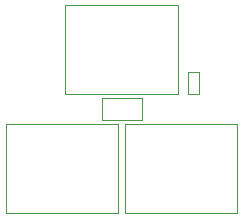
<source format=gbr>
%TF.GenerationSoftware,KiCad,Pcbnew,9.0.5-1.fc42*%
%TF.CreationDate,2025-12-03T03:37:21+01:00*%
%TF.ProjectId,Block-Switch-3,426c6f63-6b2d-4537-9769-7463682d332e,1*%
%TF.SameCoordinates,Original*%
%TF.FileFunction,Other,User*%
%FSLAX46Y46*%
G04 Gerber Fmt 4.6, Leading zero omitted, Abs format (unit mm)*
G04 Created by KiCad (PCBNEW 9.0.5-1.fc42) date 2025-12-03 03:37:21*
%MOMM*%
%LPD*%
G01*
G04 APERTURE LIST*
%ADD10C,0.050000*%
G04 APERTURE END LIST*
D10*
%TO.C,SW1*%
X138798700Y-122431810D02*
X138798700Y-122181810D01*
X138798700Y-115181810D02*
X138798700Y-122181810D01*
X138798700Y-114931810D02*
X138798700Y-115181810D01*
X138548700Y-122431810D02*
X138798700Y-122431810D01*
X138548700Y-122431810D02*
X129548700Y-122431810D01*
X138548700Y-114931810D02*
X138798700Y-114931810D01*
X129548700Y-114931810D02*
X138548700Y-114931810D01*
X129298700Y-122431810D02*
X129548700Y-122431810D01*
X129298700Y-122181810D02*
X129298700Y-122431810D01*
X129298700Y-122181810D02*
X129298700Y-115181810D01*
X129298700Y-115181810D02*
X129298700Y-114931810D01*
X129298700Y-114931810D02*
X129548700Y-114931810D01*
%TO.C,D1*%
X140765000Y-114615000D02*
X137405000Y-114615000D01*
X140765000Y-112715000D02*
X140765000Y-114615000D01*
X137405000Y-114615000D02*
X137405000Y-112715000D01*
X137405000Y-112715000D02*
X140765000Y-112715000D01*
%TO.C,SW2*%
X139331300Y-114931810D02*
X139581300Y-114931810D01*
X139331300Y-115181810D02*
X139331300Y-114931810D01*
X139331300Y-122181810D02*
X139331300Y-115181810D01*
X139331300Y-122181810D02*
X139331300Y-122431810D01*
X139331300Y-122431810D02*
X139581300Y-122431810D01*
X139581300Y-114931810D02*
X148581300Y-114931810D01*
X148581300Y-114931810D02*
X148831300Y-114931810D01*
X148581300Y-122431810D02*
X139581300Y-122431810D01*
X148581300Y-122431810D02*
X148831300Y-122431810D01*
X148831300Y-114931810D02*
X148831300Y-115181810D01*
X148831300Y-115181810D02*
X148831300Y-122181810D01*
X148831300Y-122431810D02*
X148831300Y-122181810D01*
%TO.C,SW3*%
X134315000Y-104898190D02*
X134565000Y-104898190D01*
X134315000Y-105148190D02*
X134315000Y-104898190D01*
X134315000Y-112148190D02*
X134315000Y-105148190D01*
X134315000Y-112148190D02*
X134315000Y-112398190D01*
X134315000Y-112398190D02*
X134565000Y-112398190D01*
X134565000Y-104898190D02*
X143565000Y-104898190D01*
X143565000Y-104898190D02*
X143815000Y-104898190D01*
X143565000Y-112398190D02*
X134565000Y-112398190D01*
X143565000Y-112398190D02*
X143815000Y-112398190D01*
X143815000Y-104898190D02*
X143815000Y-105148190D01*
X143815000Y-105148190D02*
X143815000Y-112148190D01*
X143815000Y-112398190D02*
X143815000Y-112148190D01*
%TO.C,R4*%
X144691000Y-110574000D02*
X145631000Y-110574000D01*
X144691000Y-112434000D02*
X144691000Y-110574000D01*
X145631000Y-110574000D02*
X145631000Y-112434000D01*
X145631000Y-112434000D02*
X144691000Y-112434000D01*
%TD*%
M02*

</source>
